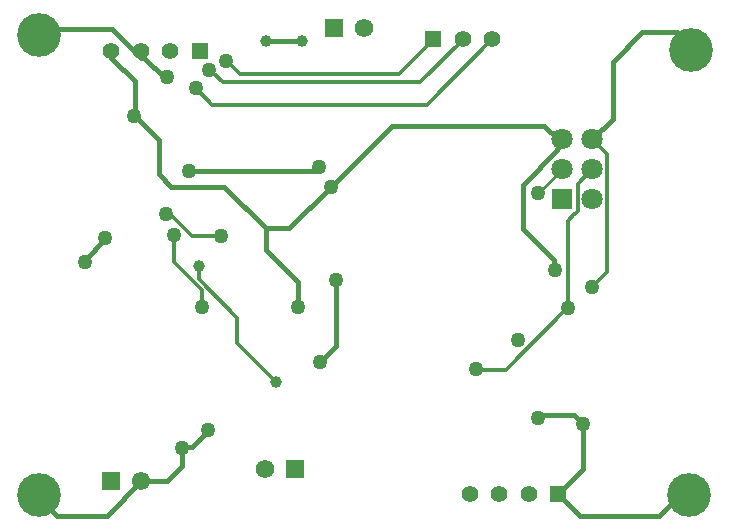
<source format=gbl>
G04*
G04 #@! TF.GenerationSoftware,Altium Limited,Altium Designer,24.5.2 (23)*
G04*
G04 Layer_Physical_Order=2*
G04 Layer_Color=16711680*
%FSLAX44Y44*%
%MOMM*%
G71*
G04*
G04 #@! TF.SameCoordinates,4C0C2288-5299-42BB-A2D6-562D11BE746C*
G04*
G04*
G04 #@! TF.FilePolarity,Positive*
G04*
G01*
G75*
%ADD15C,0.2540*%
%ADD56R,1.4000X1.4000*%
%ADD57C,1.4000*%
%ADD59R,1.5700X1.5700*%
%ADD60C,1.5700*%
%ADD61C,1.5500*%
%ADD62R,1.5500X1.5500*%
%ADD67C,0.3000*%
%ADD69C,0.4000*%
%ADD73C,3.7000*%
%ADD74R,1.8000X1.8000*%
%ADD75C,1.8000*%
%ADD76C,1.2700*%
%ADD77C,1.0000*%
D15*
X452628Y285750D02*
X452755D01*
X472821Y305816D01*
X472948D01*
D56*
X165932Y405892D02*
D03*
X363512Y416052D02*
D03*
X469354Y31242D02*
D03*
D57*
X140932Y405892D02*
D03*
X115932D02*
D03*
X90932D02*
D03*
X413512Y416052D02*
D03*
X388512D02*
D03*
X394354Y31242D02*
D03*
X419354D02*
D03*
X444354D02*
D03*
D59*
X279654Y425958D02*
D03*
X246126Y52324D02*
D03*
D60*
X305054Y425958D02*
D03*
X220726Y52324D02*
D03*
D61*
X116078Y41656D02*
D03*
D62*
X91078D02*
D03*
D67*
X510690Y303641D02*
G03*
X510690Y307993I-12342J2175D01*
G01*
X510687Y303626D02*
G03*
X510648Y303154I2961J-485D01*
G01*
Y283069D02*
G03*
X510690Y282593I3000J21D01*
G01*
X510691Y278248D02*
G03*
X510648Y277754I2957J-506D01*
G01*
X510691Y278248D02*
G03*
X510690Y282593I-12343J2168D01*
G01*
X510648Y308469D02*
G03*
X510690Y307993I3000J22D01*
G01*
X177285Y387611D02*
X185420Y379476D01*
X352190D02*
X388385Y415671D01*
X185420Y379476D02*
X352190D01*
X334302Y386842D02*
X363258Y415798D01*
X199644Y386842D02*
X334302D01*
X188722Y397764D02*
X199644Y386842D01*
X173736Y387604D02*
X173743Y387611D01*
X424929Y136410D02*
X477241Y188722D01*
X400824Y136410D02*
X424929D01*
X197640Y158839D02*
X230495Y125984D01*
X197640Y158839D02*
Y180312D01*
X510687Y303626D02*
X510690Y303641D01*
X510648Y283069D02*
Y303154D01*
Y219310D02*
Y277754D01*
X165100Y212852D02*
X197640Y180312D01*
X165100Y212852D02*
Y224028D01*
X167413Y189457D02*
Y203423D01*
X143764Y227072D02*
Y249936D01*
Y227072D02*
X167413Y203423D01*
Y189457D02*
X167894Y188976D01*
X173743Y387611D02*
X177285D01*
X162324Y374867D02*
X176510Y360680D01*
X358140D01*
X415201Y417741D01*
X159512Y249428D02*
X184489D01*
X143451Y265489D02*
X159512Y249428D01*
X136906Y268288D02*
X139531D01*
X142330Y265489D01*
X143451D01*
X483411Y267884D02*
X485816Y270289D01*
Y293309D01*
X498323Y305816D01*
X477253Y262054D02*
X483083Y267884D01*
X483411D01*
X497840Y206502D02*
X510648Y219310D01*
Y308469D02*
Y318916D01*
X477253Y188735D02*
Y262054D01*
X400062Y137172D02*
X400824Y136410D01*
X498348Y331216D02*
X510648Y318916D01*
D69*
X110236Y350774D02*
X111252D01*
X68326Y229176D02*
X85852Y246702D01*
Y247650D01*
X91724Y424688D02*
X116024Y400388D01*
X572408Y30000D02*
X580000D01*
X554854Y12446D02*
X572408Y30000D01*
X30000Y27968D02*
X45268Y12700D01*
X30000Y27968D02*
Y30000D01*
X45268Y12700D02*
X87122D01*
X116078Y41656D01*
X31750Y424688D02*
X91724D01*
X29210Y422148D02*
X31750Y424688D01*
X248920Y189738D02*
X249428Y189230D01*
X221742Y237998D02*
X248920Y210820D01*
Y189738D02*
Y210820D01*
X221742Y237998D02*
Y256032D01*
X276860Y291338D02*
X328422Y342900D01*
X241554Y256032D02*
X276860Y291338D01*
X221742Y256032D02*
X241554D01*
X328422Y342900D02*
X457476D01*
X141732Y291338D02*
X186436D01*
X221742Y256032D01*
X252603Y414401D02*
X252730Y414528D01*
X221869Y414401D02*
X252603D01*
X221742Y414274D02*
X221869Y414401D01*
X457014Y98044D02*
X482346D01*
X451866Y95250D02*
X454220D01*
X482346Y98044D02*
X490474Y89916D01*
X454220Y95250D02*
X457014Y98044D01*
X469354Y31242D02*
X490474Y52362D01*
Y89916D01*
X439166Y255778D02*
Y292608D01*
X465802Y221776D02*
X466852Y220726D01*
X465802Y221776D02*
Y229142D01*
X439166Y255778D02*
X465802Y229142D01*
X116078Y41656D02*
X137922D01*
X150876Y54610D02*
Y70104D01*
X137922Y41656D02*
X150876Y54610D01*
Y70104D02*
X151893Y71121D01*
X570054Y421894D02*
X572456Y419492D01*
X263652Y304546D02*
X266700Y307594D01*
X156464Y304546D02*
X263652D01*
X68326Y227584D02*
Y229176D01*
X267970Y143002D02*
X281178Y156210D01*
Y212598D01*
X131191Y301879D02*
X141732Y291338D01*
X131191Y301879D02*
Y330835D01*
X457476Y342900D02*
X469160Y331216D01*
X110998Y351536D02*
Y380414D01*
X111252Y350774D02*
X131191Y330835D01*
X91024Y400388D02*
X110998Y380414D01*
X116024Y400388D02*
X119042D01*
X469160Y331216D02*
X472948D01*
Y327428D02*
Y331216D01*
X468754Y323234D02*
X472948Y327428D01*
X439166Y292608D02*
X468754Y322196D01*
Y323234D01*
X540512Y421894D02*
X570054D01*
X515620Y397002D02*
X540512Y421894D01*
X498348Y331216D02*
X515620Y348488D01*
Y397002D01*
X488150Y12446D02*
X554854D01*
X469354Y31242D02*
X488150Y12446D01*
X172720Y84638D02*
Y85598D01*
X151893Y71121D02*
X159203D01*
X172720Y84638D01*
X119042Y400388D02*
X135636Y383794D01*
X137922D01*
D73*
X582168Y406654D02*
D03*
X30000Y30000D02*
D03*
X580000D02*
D03*
X30000Y420000D02*
D03*
D74*
X472948Y280416D02*
D03*
D75*
X498348D02*
D03*
X472948Y305816D02*
D03*
X498348D02*
D03*
X472948Y331216D02*
D03*
X498348D02*
D03*
D76*
X110236Y350774D02*
D03*
X85852Y247650D02*
D03*
X435610Y161544D02*
D03*
X249428Y189230D02*
D03*
X281178Y212598D02*
D03*
X68326Y227584D02*
D03*
X183642Y249576D02*
D03*
X136906Y268288D02*
D03*
X143764Y249936D02*
D03*
X490474Y89916D02*
D03*
X451866Y95250D02*
D03*
X267970Y143002D02*
D03*
X266700Y307594D02*
D03*
X400050Y137160D02*
D03*
X167894Y188976D02*
D03*
X162324Y374867D02*
D03*
X188468Y397510D02*
D03*
X173482Y390144D02*
D03*
X156464Y304546D02*
D03*
X497840Y206502D02*
D03*
X452628Y285750D02*
D03*
X466852Y220726D02*
D03*
X477266Y188722D02*
D03*
X172720Y85598D02*
D03*
X150876Y70104D02*
D03*
X137922Y383794D02*
D03*
X276860Y291338D02*
D03*
D77*
X252730Y414528D02*
D03*
X230495Y125984D02*
D03*
X165100Y224028D02*
D03*
X221742Y414274D02*
D03*
M02*

</source>
